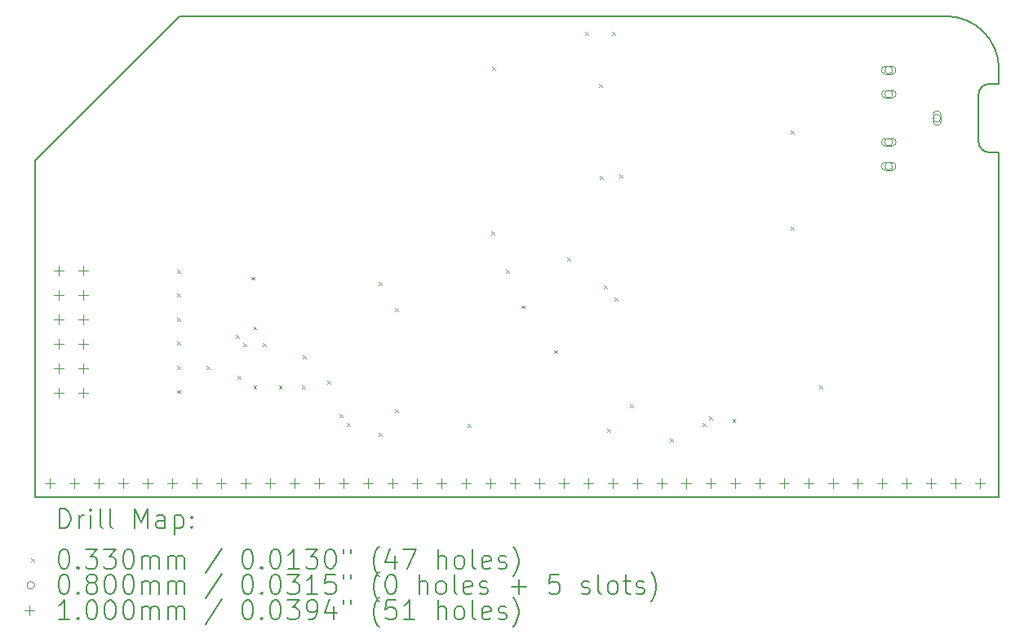
<source format=gbr>
%TF.GenerationSoftware,KiCad,Pcbnew,9.0.1+1*%
%TF.CreationDate,2025-10-04T22:34:10+00:00*%
%TF.ProjectId,rcbus-opl3,72636275-732d-46f7-906c-332e6b696361,@version@*%
%TF.SameCoordinates,Original*%
%TF.FileFunction,Drillmap*%
%TF.FilePolarity,Positive*%
%FSLAX45Y45*%
G04 Gerber Fmt 4.5, Leading zero omitted, Abs format (unit mm)*
G04 Created by KiCad (PCBNEW 9.0.1+1) date 2025-10-04 22:34:10*
%MOMM*%
%LPD*%
G01*
G04 APERTURE LIST*
%ADD10C,0.150000*%
%ADD11C,0.200000*%
%ADD12C,0.100000*%
G04 APERTURE END LIST*
D10*
X15786900Y-12318200D02*
X15786900Y-12800800D01*
X16000000Y-12203900D02*
X16000000Y-12050000D01*
X15450000Y-11500000D02*
X7500000Y-11500000D01*
X15450000Y-11500000D02*
G75*
G02*
X16000000Y-12050000I0J-550000D01*
G01*
X16000000Y-12203900D02*
X15901200Y-12203900D01*
X16000000Y-12915100D02*
X15901200Y-12915100D01*
X6000000Y-13000000D02*
X7500000Y-11500000D01*
X6000000Y-13000000D02*
X6000000Y-16500000D01*
X15901200Y-12915100D02*
G75*
G02*
X15786900Y-12800800I0J114300D01*
G01*
X16000000Y-16500000D02*
X16000000Y-12915100D01*
X6000000Y-16500000D02*
X16000000Y-16500000D01*
X15786900Y-12318200D02*
G75*
G02*
X15901200Y-12203900I114300J0D01*
G01*
D11*
D12*
X7473490Y-14133490D02*
X7506510Y-14166510D01*
X7506510Y-14133490D02*
X7473490Y-14166510D01*
X7473490Y-14383490D02*
X7506510Y-14416510D01*
X7506510Y-14383490D02*
X7473490Y-14416510D01*
X7473490Y-14633490D02*
X7506510Y-14666510D01*
X7506510Y-14633490D02*
X7473490Y-14666510D01*
X7473490Y-14883490D02*
X7506510Y-14916510D01*
X7506510Y-14883490D02*
X7473490Y-14916510D01*
X7473490Y-15133490D02*
X7506510Y-15166510D01*
X7506510Y-15133490D02*
X7473490Y-15166510D01*
X7473490Y-15383490D02*
X7506510Y-15416510D01*
X7506510Y-15383490D02*
X7473490Y-15416510D01*
X7773490Y-15133490D02*
X7806510Y-15166510D01*
X7806510Y-15133490D02*
X7773490Y-15166510D01*
X8082975Y-14811607D02*
X8115995Y-14844627D01*
X8115995Y-14811607D02*
X8082975Y-14844627D01*
X8101349Y-15239315D02*
X8134369Y-15272335D01*
X8134369Y-15239315D02*
X8101349Y-15272335D01*
X8158178Y-14900750D02*
X8191198Y-14933770D01*
X8191198Y-14900750D02*
X8158178Y-14933770D01*
X8238992Y-14206657D02*
X8272012Y-14239677D01*
X8272012Y-14206657D02*
X8238992Y-14239677D01*
X8263490Y-14723490D02*
X8296510Y-14756510D01*
X8296510Y-14723490D02*
X8263490Y-14756510D01*
X8263490Y-15333490D02*
X8296510Y-15366510D01*
X8296510Y-15333490D02*
X8263490Y-15366510D01*
X8360761Y-14898628D02*
X8393781Y-14931648D01*
X8393781Y-14898628D02*
X8360761Y-14931648D01*
X8526572Y-15333490D02*
X8559592Y-15366510D01*
X8559592Y-15333490D02*
X8526572Y-15366510D01*
X8770853Y-15333490D02*
X8803873Y-15366510D01*
X8803873Y-15333490D02*
X8770853Y-15366510D01*
X8773490Y-15027750D02*
X8806510Y-15060770D01*
X8806510Y-15027750D02*
X8773490Y-15060770D01*
X9028860Y-15288120D02*
X9061880Y-15321140D01*
X9061880Y-15288120D02*
X9028860Y-15321140D01*
X9154990Y-15633490D02*
X9188010Y-15666510D01*
X9188010Y-15633490D02*
X9154990Y-15666510D01*
X9233830Y-15723490D02*
X9266850Y-15756510D01*
X9266850Y-15723490D02*
X9233830Y-15756510D01*
X9563490Y-14263490D02*
X9596510Y-14296510D01*
X9596510Y-14263490D02*
X9563490Y-14296510D01*
X9563490Y-15828490D02*
X9596510Y-15861510D01*
X9596510Y-15828490D02*
X9563490Y-15861510D01*
X9733490Y-14533490D02*
X9766510Y-14566510D01*
X9766510Y-14533490D02*
X9733490Y-14566510D01*
X9733490Y-15583490D02*
X9766510Y-15616510D01*
X9766510Y-15583490D02*
X9733490Y-15616510D01*
X10483490Y-15733490D02*
X10516510Y-15766510D01*
X10516510Y-15733490D02*
X10483490Y-15766510D01*
X10733490Y-13733490D02*
X10766510Y-13766510D01*
X10766510Y-13733490D02*
X10733490Y-13766510D01*
X10743490Y-12023490D02*
X10776510Y-12056510D01*
X10776510Y-12023490D02*
X10743490Y-12056510D01*
X10883490Y-14133490D02*
X10916510Y-14166510D01*
X10916510Y-14133490D02*
X10883490Y-14166510D01*
X11043490Y-14503490D02*
X11076510Y-14536510D01*
X11076510Y-14503490D02*
X11043490Y-14536510D01*
X11383490Y-14968490D02*
X11416510Y-15001510D01*
X11416510Y-14968490D02*
X11383490Y-15001510D01*
X11515990Y-14008490D02*
X11549010Y-14041510D01*
X11549010Y-14008490D02*
X11515990Y-14041510D01*
X11708590Y-11662230D02*
X11741610Y-11695250D01*
X11741610Y-11662230D02*
X11708590Y-11695250D01*
X11847240Y-12204850D02*
X11880260Y-12237870D01*
X11880260Y-12204850D02*
X11847240Y-12237870D01*
X11858490Y-13159101D02*
X11891510Y-13192121D01*
X11891510Y-13159101D02*
X11858490Y-13192121D01*
X11903490Y-14293490D02*
X11936510Y-14326510D01*
X11936510Y-14293490D02*
X11903490Y-14326510D01*
X11932498Y-15782498D02*
X11965518Y-15815518D01*
X11965518Y-15782498D02*
X11932498Y-15815518D01*
X11983490Y-11662230D02*
X12016510Y-11695250D01*
X12016510Y-11662230D02*
X11983490Y-11695250D01*
X12011936Y-14423940D02*
X12044956Y-14456960D01*
X12044956Y-14423940D02*
X12011936Y-14456960D01*
X12061109Y-13144516D02*
X12094129Y-13177536D01*
X12094129Y-13144516D02*
X12061109Y-13177536D01*
X12173490Y-15533490D02*
X12206510Y-15566510D01*
X12206510Y-15533490D02*
X12173490Y-15566510D01*
X12583490Y-15890970D02*
X12616510Y-15923990D01*
X12616510Y-15890970D02*
X12583490Y-15923990D01*
X12923956Y-15726888D02*
X12956976Y-15759908D01*
X12956976Y-15726888D02*
X12923956Y-15759908D01*
X12988990Y-15659044D02*
X13022010Y-15692064D01*
X13022010Y-15659044D02*
X12988990Y-15692064D01*
X13233490Y-15683490D02*
X13266510Y-15716510D01*
X13266510Y-15683490D02*
X13233490Y-15716510D01*
X13840990Y-12683490D02*
X13874010Y-12716510D01*
X13874010Y-12683490D02*
X13840990Y-12716510D01*
X13840990Y-13683490D02*
X13874010Y-13716510D01*
X13874010Y-13683490D02*
X13840990Y-13716510D01*
X14133490Y-15333490D02*
X14166510Y-15366510D01*
X14166510Y-15333490D02*
X14133490Y-15366510D01*
X14896900Y-12059500D02*
G75*
G02*
X14816900Y-12059500I-40000J0D01*
G01*
X14816900Y-12059500D02*
G75*
G02*
X14896900Y-12059500I40000J0D01*
G01*
X14891900Y-12019500D02*
X14821900Y-12019500D01*
X14821900Y-12099500D02*
G75*
G02*
X14821900Y-12019500I0J40000D01*
G01*
X14821900Y-12099500D02*
X14891900Y-12099500D01*
X14891900Y-12099500D02*
G75*
G03*
X14891900Y-12019500I0J40000D01*
G01*
X14896900Y-12309500D02*
G75*
G02*
X14816900Y-12309500I-40000J0D01*
G01*
X14816900Y-12309500D02*
G75*
G02*
X14896900Y-12309500I40000J0D01*
G01*
X14891900Y-12269500D02*
X14821900Y-12269500D01*
X14821900Y-12349500D02*
G75*
G02*
X14821900Y-12269500I0J40000D01*
G01*
X14821900Y-12349500D02*
X14891900Y-12349500D01*
X14891900Y-12349500D02*
G75*
G03*
X14891900Y-12269500I0J40000D01*
G01*
X14896900Y-12809500D02*
G75*
G02*
X14816900Y-12809500I-40000J0D01*
G01*
X14816900Y-12809500D02*
G75*
G02*
X14896900Y-12809500I40000J0D01*
G01*
X14891900Y-12769500D02*
X14821900Y-12769500D01*
X14821900Y-12849500D02*
G75*
G02*
X14821900Y-12769500I0J40000D01*
G01*
X14821900Y-12849500D02*
X14891900Y-12849500D01*
X14891900Y-12849500D02*
G75*
G03*
X14891900Y-12769500I0J40000D01*
G01*
X14896900Y-13059500D02*
G75*
G02*
X14816900Y-13059500I-40000J0D01*
G01*
X14816900Y-13059500D02*
G75*
G02*
X14896900Y-13059500I40000J0D01*
G01*
X14891900Y-13019500D02*
X14821900Y-13019500D01*
X14821900Y-13099500D02*
G75*
G02*
X14821900Y-13019500I0J40000D01*
G01*
X14821900Y-13099500D02*
X14891900Y-13099500D01*
X14891900Y-13099500D02*
G75*
G03*
X14891900Y-13019500I0J40000D01*
G01*
X15396900Y-12559500D02*
G75*
G02*
X15316900Y-12559500I-40000J0D01*
G01*
X15316900Y-12559500D02*
G75*
G02*
X15396900Y-12559500I40000J0D01*
G01*
X15396900Y-12594500D02*
X15396900Y-12524500D01*
X15316900Y-12524500D02*
G75*
G02*
X15396900Y-12524500I40000J0D01*
G01*
X15316900Y-12524500D02*
X15316900Y-12594500D01*
X15316900Y-12594500D02*
G75*
G03*
X15396900Y-12594500I40000J0D01*
G01*
X6150000Y-16300000D02*
X6150000Y-16400000D01*
X6100000Y-16350000D02*
X6200000Y-16350000D01*
X6246000Y-14096000D02*
X6246000Y-14196000D01*
X6196000Y-14146000D02*
X6296000Y-14146000D01*
X6246000Y-14350000D02*
X6246000Y-14450000D01*
X6196000Y-14400000D02*
X6296000Y-14400000D01*
X6246000Y-14604000D02*
X6246000Y-14704000D01*
X6196000Y-14654000D02*
X6296000Y-14654000D01*
X6246000Y-14858000D02*
X6246000Y-14958000D01*
X6196000Y-14908000D02*
X6296000Y-14908000D01*
X6246000Y-15112000D02*
X6246000Y-15212000D01*
X6196000Y-15162000D02*
X6296000Y-15162000D01*
X6246000Y-15366000D02*
X6246000Y-15466000D01*
X6196000Y-15416000D02*
X6296000Y-15416000D01*
X6404000Y-16300000D02*
X6404000Y-16400000D01*
X6354000Y-16350000D02*
X6454000Y-16350000D01*
X6500000Y-14096000D02*
X6500000Y-14196000D01*
X6450000Y-14146000D02*
X6550000Y-14146000D01*
X6500000Y-14350000D02*
X6500000Y-14450000D01*
X6450000Y-14400000D02*
X6550000Y-14400000D01*
X6500000Y-14604000D02*
X6500000Y-14704000D01*
X6450000Y-14654000D02*
X6550000Y-14654000D01*
X6500000Y-14858000D02*
X6500000Y-14958000D01*
X6450000Y-14908000D02*
X6550000Y-14908000D01*
X6500000Y-15112000D02*
X6500000Y-15212000D01*
X6450000Y-15162000D02*
X6550000Y-15162000D01*
X6500000Y-15366000D02*
X6500000Y-15466000D01*
X6450000Y-15416000D02*
X6550000Y-15416000D01*
X6658000Y-16300000D02*
X6658000Y-16400000D01*
X6608000Y-16350000D02*
X6708000Y-16350000D01*
X6912000Y-16300000D02*
X6912000Y-16400000D01*
X6862000Y-16350000D02*
X6962000Y-16350000D01*
X7166000Y-16300000D02*
X7166000Y-16400000D01*
X7116000Y-16350000D02*
X7216000Y-16350000D01*
X7420000Y-16300000D02*
X7420000Y-16400000D01*
X7370000Y-16350000D02*
X7470000Y-16350000D01*
X7674000Y-16300000D02*
X7674000Y-16400000D01*
X7624000Y-16350000D02*
X7724000Y-16350000D01*
X7928000Y-16300000D02*
X7928000Y-16400000D01*
X7878000Y-16350000D02*
X7978000Y-16350000D01*
X8182000Y-16300000D02*
X8182000Y-16400000D01*
X8132000Y-16350000D02*
X8232000Y-16350000D01*
X8436000Y-16300000D02*
X8436000Y-16400000D01*
X8386000Y-16350000D02*
X8486000Y-16350000D01*
X8690000Y-16300000D02*
X8690000Y-16400000D01*
X8640000Y-16350000D02*
X8740000Y-16350000D01*
X8944000Y-16300000D02*
X8944000Y-16400000D01*
X8894000Y-16350000D02*
X8994000Y-16350000D01*
X9198000Y-16300000D02*
X9198000Y-16400000D01*
X9148000Y-16350000D02*
X9248000Y-16350000D01*
X9452000Y-16300000D02*
X9452000Y-16400000D01*
X9402000Y-16350000D02*
X9502000Y-16350000D01*
X9706000Y-16300000D02*
X9706000Y-16400000D01*
X9656000Y-16350000D02*
X9756000Y-16350000D01*
X9960000Y-16300000D02*
X9960000Y-16400000D01*
X9910000Y-16350000D02*
X10010000Y-16350000D01*
X10214000Y-16300000D02*
X10214000Y-16400000D01*
X10164000Y-16350000D02*
X10264000Y-16350000D01*
X10468000Y-16300000D02*
X10468000Y-16400000D01*
X10418000Y-16350000D02*
X10518000Y-16350000D01*
X10722000Y-16300000D02*
X10722000Y-16400000D01*
X10672000Y-16350000D02*
X10772000Y-16350000D01*
X10976000Y-16300000D02*
X10976000Y-16400000D01*
X10926000Y-16350000D02*
X11026000Y-16350000D01*
X11230000Y-16300000D02*
X11230000Y-16400000D01*
X11180000Y-16350000D02*
X11280000Y-16350000D01*
X11484000Y-16300000D02*
X11484000Y-16400000D01*
X11434000Y-16350000D02*
X11534000Y-16350000D01*
X11738000Y-16300000D02*
X11738000Y-16400000D01*
X11688000Y-16350000D02*
X11788000Y-16350000D01*
X11992000Y-16300000D02*
X11992000Y-16400000D01*
X11942000Y-16350000D02*
X12042000Y-16350000D01*
X12246000Y-16300000D02*
X12246000Y-16400000D01*
X12196000Y-16350000D02*
X12296000Y-16350000D01*
X12500000Y-16300000D02*
X12500000Y-16400000D01*
X12450000Y-16350000D02*
X12550000Y-16350000D01*
X12754000Y-16300000D02*
X12754000Y-16400000D01*
X12704000Y-16350000D02*
X12804000Y-16350000D01*
X13008000Y-16300000D02*
X13008000Y-16400000D01*
X12958000Y-16350000D02*
X13058000Y-16350000D01*
X13262000Y-16300000D02*
X13262000Y-16400000D01*
X13212000Y-16350000D02*
X13312000Y-16350000D01*
X13516000Y-16300000D02*
X13516000Y-16400000D01*
X13466000Y-16350000D02*
X13566000Y-16350000D01*
X13770000Y-16300000D02*
X13770000Y-16400000D01*
X13720000Y-16350000D02*
X13820000Y-16350000D01*
X14024000Y-16300000D02*
X14024000Y-16400000D01*
X13974000Y-16350000D02*
X14074000Y-16350000D01*
X14278000Y-16300000D02*
X14278000Y-16400000D01*
X14228000Y-16350000D02*
X14328000Y-16350000D01*
X14532000Y-16300000D02*
X14532000Y-16400000D01*
X14482000Y-16350000D02*
X14582000Y-16350000D01*
X14786000Y-16300000D02*
X14786000Y-16400000D01*
X14736000Y-16350000D02*
X14836000Y-16350000D01*
X15040000Y-16300000D02*
X15040000Y-16400000D01*
X14990000Y-16350000D02*
X15090000Y-16350000D01*
X15294000Y-16300000D02*
X15294000Y-16400000D01*
X15244000Y-16350000D02*
X15344000Y-16350000D01*
X15548000Y-16300000D02*
X15548000Y-16400000D01*
X15498000Y-16350000D02*
X15598000Y-16350000D01*
X15802000Y-16300000D02*
X15802000Y-16400000D01*
X15752000Y-16350000D02*
X15852000Y-16350000D01*
D11*
X6253277Y-16818984D02*
X6253277Y-16618984D01*
X6253277Y-16618984D02*
X6300896Y-16618984D01*
X6300896Y-16618984D02*
X6329467Y-16628508D01*
X6329467Y-16628508D02*
X6348515Y-16647555D01*
X6348515Y-16647555D02*
X6358039Y-16666603D01*
X6358039Y-16666603D02*
X6367562Y-16704698D01*
X6367562Y-16704698D02*
X6367562Y-16733269D01*
X6367562Y-16733269D02*
X6358039Y-16771365D01*
X6358039Y-16771365D02*
X6348515Y-16790412D01*
X6348515Y-16790412D02*
X6329467Y-16809460D01*
X6329467Y-16809460D02*
X6300896Y-16818984D01*
X6300896Y-16818984D02*
X6253277Y-16818984D01*
X6453277Y-16818984D02*
X6453277Y-16685650D01*
X6453277Y-16723746D02*
X6462801Y-16704698D01*
X6462801Y-16704698D02*
X6472324Y-16695174D01*
X6472324Y-16695174D02*
X6491372Y-16685650D01*
X6491372Y-16685650D02*
X6510420Y-16685650D01*
X6577086Y-16818984D02*
X6577086Y-16685650D01*
X6577086Y-16618984D02*
X6567562Y-16628508D01*
X6567562Y-16628508D02*
X6577086Y-16638031D01*
X6577086Y-16638031D02*
X6586610Y-16628508D01*
X6586610Y-16628508D02*
X6577086Y-16618984D01*
X6577086Y-16618984D02*
X6577086Y-16638031D01*
X6700896Y-16818984D02*
X6681848Y-16809460D01*
X6681848Y-16809460D02*
X6672324Y-16790412D01*
X6672324Y-16790412D02*
X6672324Y-16618984D01*
X6805658Y-16818984D02*
X6786610Y-16809460D01*
X6786610Y-16809460D02*
X6777086Y-16790412D01*
X6777086Y-16790412D02*
X6777086Y-16618984D01*
X7034229Y-16818984D02*
X7034229Y-16618984D01*
X7034229Y-16618984D02*
X7100896Y-16761841D01*
X7100896Y-16761841D02*
X7167562Y-16618984D01*
X7167562Y-16618984D02*
X7167562Y-16818984D01*
X7348515Y-16818984D02*
X7348515Y-16714222D01*
X7348515Y-16714222D02*
X7338991Y-16695174D01*
X7338991Y-16695174D02*
X7319943Y-16685650D01*
X7319943Y-16685650D02*
X7281848Y-16685650D01*
X7281848Y-16685650D02*
X7262801Y-16695174D01*
X7348515Y-16809460D02*
X7329467Y-16818984D01*
X7329467Y-16818984D02*
X7281848Y-16818984D01*
X7281848Y-16818984D02*
X7262801Y-16809460D01*
X7262801Y-16809460D02*
X7253277Y-16790412D01*
X7253277Y-16790412D02*
X7253277Y-16771365D01*
X7253277Y-16771365D02*
X7262801Y-16752317D01*
X7262801Y-16752317D02*
X7281848Y-16742793D01*
X7281848Y-16742793D02*
X7329467Y-16742793D01*
X7329467Y-16742793D02*
X7348515Y-16733269D01*
X7443753Y-16685650D02*
X7443753Y-16885650D01*
X7443753Y-16695174D02*
X7462801Y-16685650D01*
X7462801Y-16685650D02*
X7500896Y-16685650D01*
X7500896Y-16685650D02*
X7519943Y-16695174D01*
X7519943Y-16695174D02*
X7529467Y-16704698D01*
X7529467Y-16704698D02*
X7538991Y-16723746D01*
X7538991Y-16723746D02*
X7538991Y-16780889D01*
X7538991Y-16780889D02*
X7529467Y-16799936D01*
X7529467Y-16799936D02*
X7519943Y-16809460D01*
X7519943Y-16809460D02*
X7500896Y-16818984D01*
X7500896Y-16818984D02*
X7462801Y-16818984D01*
X7462801Y-16818984D02*
X7443753Y-16809460D01*
X7624705Y-16799936D02*
X7634229Y-16809460D01*
X7634229Y-16809460D02*
X7624705Y-16818984D01*
X7624705Y-16818984D02*
X7615182Y-16809460D01*
X7615182Y-16809460D02*
X7624705Y-16799936D01*
X7624705Y-16799936D02*
X7624705Y-16818984D01*
X7624705Y-16695174D02*
X7634229Y-16704698D01*
X7634229Y-16704698D02*
X7624705Y-16714222D01*
X7624705Y-16714222D02*
X7615182Y-16704698D01*
X7615182Y-16704698D02*
X7624705Y-16695174D01*
X7624705Y-16695174D02*
X7624705Y-16714222D01*
D12*
X5959480Y-17130990D02*
X5992500Y-17164010D01*
X5992500Y-17130990D02*
X5959480Y-17164010D01*
D11*
X6291372Y-17038984D02*
X6310420Y-17038984D01*
X6310420Y-17038984D02*
X6329467Y-17048508D01*
X6329467Y-17048508D02*
X6338991Y-17058031D01*
X6338991Y-17058031D02*
X6348515Y-17077079D01*
X6348515Y-17077079D02*
X6358039Y-17115174D01*
X6358039Y-17115174D02*
X6358039Y-17162793D01*
X6358039Y-17162793D02*
X6348515Y-17200889D01*
X6348515Y-17200889D02*
X6338991Y-17219936D01*
X6338991Y-17219936D02*
X6329467Y-17229460D01*
X6329467Y-17229460D02*
X6310420Y-17238984D01*
X6310420Y-17238984D02*
X6291372Y-17238984D01*
X6291372Y-17238984D02*
X6272324Y-17229460D01*
X6272324Y-17229460D02*
X6262801Y-17219936D01*
X6262801Y-17219936D02*
X6253277Y-17200889D01*
X6253277Y-17200889D02*
X6243753Y-17162793D01*
X6243753Y-17162793D02*
X6243753Y-17115174D01*
X6243753Y-17115174D02*
X6253277Y-17077079D01*
X6253277Y-17077079D02*
X6262801Y-17058031D01*
X6262801Y-17058031D02*
X6272324Y-17048508D01*
X6272324Y-17048508D02*
X6291372Y-17038984D01*
X6443753Y-17219936D02*
X6453277Y-17229460D01*
X6453277Y-17229460D02*
X6443753Y-17238984D01*
X6443753Y-17238984D02*
X6434229Y-17229460D01*
X6434229Y-17229460D02*
X6443753Y-17219936D01*
X6443753Y-17219936D02*
X6443753Y-17238984D01*
X6519943Y-17038984D02*
X6643753Y-17038984D01*
X6643753Y-17038984D02*
X6577086Y-17115174D01*
X6577086Y-17115174D02*
X6605658Y-17115174D01*
X6605658Y-17115174D02*
X6624705Y-17124698D01*
X6624705Y-17124698D02*
X6634229Y-17134222D01*
X6634229Y-17134222D02*
X6643753Y-17153270D01*
X6643753Y-17153270D02*
X6643753Y-17200889D01*
X6643753Y-17200889D02*
X6634229Y-17219936D01*
X6634229Y-17219936D02*
X6624705Y-17229460D01*
X6624705Y-17229460D02*
X6605658Y-17238984D01*
X6605658Y-17238984D02*
X6548515Y-17238984D01*
X6548515Y-17238984D02*
X6529467Y-17229460D01*
X6529467Y-17229460D02*
X6519943Y-17219936D01*
X6710420Y-17038984D02*
X6834229Y-17038984D01*
X6834229Y-17038984D02*
X6767562Y-17115174D01*
X6767562Y-17115174D02*
X6796134Y-17115174D01*
X6796134Y-17115174D02*
X6815182Y-17124698D01*
X6815182Y-17124698D02*
X6824705Y-17134222D01*
X6824705Y-17134222D02*
X6834229Y-17153270D01*
X6834229Y-17153270D02*
X6834229Y-17200889D01*
X6834229Y-17200889D02*
X6824705Y-17219936D01*
X6824705Y-17219936D02*
X6815182Y-17229460D01*
X6815182Y-17229460D02*
X6796134Y-17238984D01*
X6796134Y-17238984D02*
X6738991Y-17238984D01*
X6738991Y-17238984D02*
X6719943Y-17229460D01*
X6719943Y-17229460D02*
X6710420Y-17219936D01*
X6958039Y-17038984D02*
X6977086Y-17038984D01*
X6977086Y-17038984D02*
X6996134Y-17048508D01*
X6996134Y-17048508D02*
X7005658Y-17058031D01*
X7005658Y-17058031D02*
X7015182Y-17077079D01*
X7015182Y-17077079D02*
X7024705Y-17115174D01*
X7024705Y-17115174D02*
X7024705Y-17162793D01*
X7024705Y-17162793D02*
X7015182Y-17200889D01*
X7015182Y-17200889D02*
X7005658Y-17219936D01*
X7005658Y-17219936D02*
X6996134Y-17229460D01*
X6996134Y-17229460D02*
X6977086Y-17238984D01*
X6977086Y-17238984D02*
X6958039Y-17238984D01*
X6958039Y-17238984D02*
X6938991Y-17229460D01*
X6938991Y-17229460D02*
X6929467Y-17219936D01*
X6929467Y-17219936D02*
X6919943Y-17200889D01*
X6919943Y-17200889D02*
X6910420Y-17162793D01*
X6910420Y-17162793D02*
X6910420Y-17115174D01*
X6910420Y-17115174D02*
X6919943Y-17077079D01*
X6919943Y-17077079D02*
X6929467Y-17058031D01*
X6929467Y-17058031D02*
X6938991Y-17048508D01*
X6938991Y-17048508D02*
X6958039Y-17038984D01*
X7110420Y-17238984D02*
X7110420Y-17105650D01*
X7110420Y-17124698D02*
X7119943Y-17115174D01*
X7119943Y-17115174D02*
X7138991Y-17105650D01*
X7138991Y-17105650D02*
X7167563Y-17105650D01*
X7167563Y-17105650D02*
X7186610Y-17115174D01*
X7186610Y-17115174D02*
X7196134Y-17134222D01*
X7196134Y-17134222D02*
X7196134Y-17238984D01*
X7196134Y-17134222D02*
X7205658Y-17115174D01*
X7205658Y-17115174D02*
X7224705Y-17105650D01*
X7224705Y-17105650D02*
X7253277Y-17105650D01*
X7253277Y-17105650D02*
X7272324Y-17115174D01*
X7272324Y-17115174D02*
X7281848Y-17134222D01*
X7281848Y-17134222D02*
X7281848Y-17238984D01*
X7377086Y-17238984D02*
X7377086Y-17105650D01*
X7377086Y-17124698D02*
X7386610Y-17115174D01*
X7386610Y-17115174D02*
X7405658Y-17105650D01*
X7405658Y-17105650D02*
X7434229Y-17105650D01*
X7434229Y-17105650D02*
X7453277Y-17115174D01*
X7453277Y-17115174D02*
X7462801Y-17134222D01*
X7462801Y-17134222D02*
X7462801Y-17238984D01*
X7462801Y-17134222D02*
X7472324Y-17115174D01*
X7472324Y-17115174D02*
X7491372Y-17105650D01*
X7491372Y-17105650D02*
X7519943Y-17105650D01*
X7519943Y-17105650D02*
X7538991Y-17115174D01*
X7538991Y-17115174D02*
X7548515Y-17134222D01*
X7548515Y-17134222D02*
X7548515Y-17238984D01*
X7938991Y-17029460D02*
X7767563Y-17286603D01*
X8196134Y-17038984D02*
X8215182Y-17038984D01*
X8215182Y-17038984D02*
X8234229Y-17048508D01*
X8234229Y-17048508D02*
X8243753Y-17058031D01*
X8243753Y-17058031D02*
X8253277Y-17077079D01*
X8253277Y-17077079D02*
X8262801Y-17115174D01*
X8262801Y-17115174D02*
X8262801Y-17162793D01*
X8262801Y-17162793D02*
X8253277Y-17200889D01*
X8253277Y-17200889D02*
X8243753Y-17219936D01*
X8243753Y-17219936D02*
X8234229Y-17229460D01*
X8234229Y-17229460D02*
X8215182Y-17238984D01*
X8215182Y-17238984D02*
X8196134Y-17238984D01*
X8196134Y-17238984D02*
X8177086Y-17229460D01*
X8177086Y-17229460D02*
X8167563Y-17219936D01*
X8167563Y-17219936D02*
X8158039Y-17200889D01*
X8158039Y-17200889D02*
X8148515Y-17162793D01*
X8148515Y-17162793D02*
X8148515Y-17115174D01*
X8148515Y-17115174D02*
X8158039Y-17077079D01*
X8158039Y-17077079D02*
X8167563Y-17058031D01*
X8167563Y-17058031D02*
X8177086Y-17048508D01*
X8177086Y-17048508D02*
X8196134Y-17038984D01*
X8348515Y-17219936D02*
X8358039Y-17229460D01*
X8358039Y-17229460D02*
X8348515Y-17238984D01*
X8348515Y-17238984D02*
X8338991Y-17229460D01*
X8338991Y-17229460D02*
X8348515Y-17219936D01*
X8348515Y-17219936D02*
X8348515Y-17238984D01*
X8481848Y-17038984D02*
X8500896Y-17038984D01*
X8500896Y-17038984D02*
X8519944Y-17048508D01*
X8519944Y-17048508D02*
X8529468Y-17058031D01*
X8529468Y-17058031D02*
X8538991Y-17077079D01*
X8538991Y-17077079D02*
X8548515Y-17115174D01*
X8548515Y-17115174D02*
X8548515Y-17162793D01*
X8548515Y-17162793D02*
X8538991Y-17200889D01*
X8538991Y-17200889D02*
X8529468Y-17219936D01*
X8529468Y-17219936D02*
X8519944Y-17229460D01*
X8519944Y-17229460D02*
X8500896Y-17238984D01*
X8500896Y-17238984D02*
X8481848Y-17238984D01*
X8481848Y-17238984D02*
X8462801Y-17229460D01*
X8462801Y-17229460D02*
X8453277Y-17219936D01*
X8453277Y-17219936D02*
X8443753Y-17200889D01*
X8443753Y-17200889D02*
X8434229Y-17162793D01*
X8434229Y-17162793D02*
X8434229Y-17115174D01*
X8434229Y-17115174D02*
X8443753Y-17077079D01*
X8443753Y-17077079D02*
X8453277Y-17058031D01*
X8453277Y-17058031D02*
X8462801Y-17048508D01*
X8462801Y-17048508D02*
X8481848Y-17038984D01*
X8738991Y-17238984D02*
X8624706Y-17238984D01*
X8681848Y-17238984D02*
X8681848Y-17038984D01*
X8681848Y-17038984D02*
X8662801Y-17067555D01*
X8662801Y-17067555D02*
X8643753Y-17086603D01*
X8643753Y-17086603D02*
X8624706Y-17096127D01*
X8805658Y-17038984D02*
X8929468Y-17038984D01*
X8929468Y-17038984D02*
X8862801Y-17115174D01*
X8862801Y-17115174D02*
X8891372Y-17115174D01*
X8891372Y-17115174D02*
X8910420Y-17124698D01*
X8910420Y-17124698D02*
X8919944Y-17134222D01*
X8919944Y-17134222D02*
X8929468Y-17153270D01*
X8929468Y-17153270D02*
X8929468Y-17200889D01*
X8929468Y-17200889D02*
X8919944Y-17219936D01*
X8919944Y-17219936D02*
X8910420Y-17229460D01*
X8910420Y-17229460D02*
X8891372Y-17238984D01*
X8891372Y-17238984D02*
X8834229Y-17238984D01*
X8834229Y-17238984D02*
X8815182Y-17229460D01*
X8815182Y-17229460D02*
X8805658Y-17219936D01*
X9053277Y-17038984D02*
X9072325Y-17038984D01*
X9072325Y-17038984D02*
X9091372Y-17048508D01*
X9091372Y-17048508D02*
X9100896Y-17058031D01*
X9100896Y-17058031D02*
X9110420Y-17077079D01*
X9110420Y-17077079D02*
X9119944Y-17115174D01*
X9119944Y-17115174D02*
X9119944Y-17162793D01*
X9119944Y-17162793D02*
X9110420Y-17200889D01*
X9110420Y-17200889D02*
X9100896Y-17219936D01*
X9100896Y-17219936D02*
X9091372Y-17229460D01*
X9091372Y-17229460D02*
X9072325Y-17238984D01*
X9072325Y-17238984D02*
X9053277Y-17238984D01*
X9053277Y-17238984D02*
X9034229Y-17229460D01*
X9034229Y-17229460D02*
X9024706Y-17219936D01*
X9024706Y-17219936D02*
X9015182Y-17200889D01*
X9015182Y-17200889D02*
X9005658Y-17162793D01*
X9005658Y-17162793D02*
X9005658Y-17115174D01*
X9005658Y-17115174D02*
X9015182Y-17077079D01*
X9015182Y-17077079D02*
X9024706Y-17058031D01*
X9024706Y-17058031D02*
X9034229Y-17048508D01*
X9034229Y-17048508D02*
X9053277Y-17038984D01*
X9196134Y-17038984D02*
X9196134Y-17077079D01*
X9272325Y-17038984D02*
X9272325Y-17077079D01*
X9567563Y-17315174D02*
X9558039Y-17305650D01*
X9558039Y-17305650D02*
X9538991Y-17277079D01*
X9538991Y-17277079D02*
X9529468Y-17258031D01*
X9529468Y-17258031D02*
X9519944Y-17229460D01*
X9519944Y-17229460D02*
X9510420Y-17181841D01*
X9510420Y-17181841D02*
X9510420Y-17143746D01*
X9510420Y-17143746D02*
X9519944Y-17096127D01*
X9519944Y-17096127D02*
X9529468Y-17067555D01*
X9529468Y-17067555D02*
X9538991Y-17048508D01*
X9538991Y-17048508D02*
X9558039Y-17019936D01*
X9558039Y-17019936D02*
X9567563Y-17010412D01*
X9729468Y-17105650D02*
X9729468Y-17238984D01*
X9681849Y-17029460D02*
X9634230Y-17172317D01*
X9634230Y-17172317D02*
X9758039Y-17172317D01*
X9815182Y-17038984D02*
X9948515Y-17038984D01*
X9948515Y-17038984D02*
X9862801Y-17238984D01*
X10177087Y-17238984D02*
X10177087Y-17038984D01*
X10262801Y-17238984D02*
X10262801Y-17134222D01*
X10262801Y-17134222D02*
X10253277Y-17115174D01*
X10253277Y-17115174D02*
X10234230Y-17105650D01*
X10234230Y-17105650D02*
X10205658Y-17105650D01*
X10205658Y-17105650D02*
X10186611Y-17115174D01*
X10186611Y-17115174D02*
X10177087Y-17124698D01*
X10386611Y-17238984D02*
X10367563Y-17229460D01*
X10367563Y-17229460D02*
X10358039Y-17219936D01*
X10358039Y-17219936D02*
X10348515Y-17200889D01*
X10348515Y-17200889D02*
X10348515Y-17143746D01*
X10348515Y-17143746D02*
X10358039Y-17124698D01*
X10358039Y-17124698D02*
X10367563Y-17115174D01*
X10367563Y-17115174D02*
X10386611Y-17105650D01*
X10386611Y-17105650D02*
X10415182Y-17105650D01*
X10415182Y-17105650D02*
X10434230Y-17115174D01*
X10434230Y-17115174D02*
X10443753Y-17124698D01*
X10443753Y-17124698D02*
X10453277Y-17143746D01*
X10453277Y-17143746D02*
X10453277Y-17200889D01*
X10453277Y-17200889D02*
X10443753Y-17219936D01*
X10443753Y-17219936D02*
X10434230Y-17229460D01*
X10434230Y-17229460D02*
X10415182Y-17238984D01*
X10415182Y-17238984D02*
X10386611Y-17238984D01*
X10567563Y-17238984D02*
X10548515Y-17229460D01*
X10548515Y-17229460D02*
X10538992Y-17210412D01*
X10538992Y-17210412D02*
X10538992Y-17038984D01*
X10719944Y-17229460D02*
X10700896Y-17238984D01*
X10700896Y-17238984D02*
X10662801Y-17238984D01*
X10662801Y-17238984D02*
X10643753Y-17229460D01*
X10643753Y-17229460D02*
X10634230Y-17210412D01*
X10634230Y-17210412D02*
X10634230Y-17134222D01*
X10634230Y-17134222D02*
X10643753Y-17115174D01*
X10643753Y-17115174D02*
X10662801Y-17105650D01*
X10662801Y-17105650D02*
X10700896Y-17105650D01*
X10700896Y-17105650D02*
X10719944Y-17115174D01*
X10719944Y-17115174D02*
X10729468Y-17134222D01*
X10729468Y-17134222D02*
X10729468Y-17153270D01*
X10729468Y-17153270D02*
X10634230Y-17172317D01*
X10805658Y-17229460D02*
X10824706Y-17238984D01*
X10824706Y-17238984D02*
X10862801Y-17238984D01*
X10862801Y-17238984D02*
X10881849Y-17229460D01*
X10881849Y-17229460D02*
X10891373Y-17210412D01*
X10891373Y-17210412D02*
X10891373Y-17200889D01*
X10891373Y-17200889D02*
X10881849Y-17181841D01*
X10881849Y-17181841D02*
X10862801Y-17172317D01*
X10862801Y-17172317D02*
X10834230Y-17172317D01*
X10834230Y-17172317D02*
X10815182Y-17162793D01*
X10815182Y-17162793D02*
X10805658Y-17143746D01*
X10805658Y-17143746D02*
X10805658Y-17134222D01*
X10805658Y-17134222D02*
X10815182Y-17115174D01*
X10815182Y-17115174D02*
X10834230Y-17105650D01*
X10834230Y-17105650D02*
X10862801Y-17105650D01*
X10862801Y-17105650D02*
X10881849Y-17115174D01*
X10958039Y-17315174D02*
X10967563Y-17305650D01*
X10967563Y-17305650D02*
X10986611Y-17277079D01*
X10986611Y-17277079D02*
X10996134Y-17258031D01*
X10996134Y-17258031D02*
X11005658Y-17229460D01*
X11005658Y-17229460D02*
X11015182Y-17181841D01*
X11015182Y-17181841D02*
X11015182Y-17143746D01*
X11015182Y-17143746D02*
X11005658Y-17096127D01*
X11005658Y-17096127D02*
X10996134Y-17067555D01*
X10996134Y-17067555D02*
X10986611Y-17048508D01*
X10986611Y-17048508D02*
X10967563Y-17019936D01*
X10967563Y-17019936D02*
X10958039Y-17010412D01*
D12*
X5992500Y-17411500D02*
G75*
G02*
X5912500Y-17411500I-40000J0D01*
G01*
X5912500Y-17411500D02*
G75*
G02*
X5992500Y-17411500I40000J0D01*
G01*
D11*
X6291372Y-17302984D02*
X6310420Y-17302984D01*
X6310420Y-17302984D02*
X6329467Y-17312508D01*
X6329467Y-17312508D02*
X6338991Y-17322031D01*
X6338991Y-17322031D02*
X6348515Y-17341079D01*
X6348515Y-17341079D02*
X6358039Y-17379174D01*
X6358039Y-17379174D02*
X6358039Y-17426793D01*
X6358039Y-17426793D02*
X6348515Y-17464889D01*
X6348515Y-17464889D02*
X6338991Y-17483936D01*
X6338991Y-17483936D02*
X6329467Y-17493460D01*
X6329467Y-17493460D02*
X6310420Y-17502984D01*
X6310420Y-17502984D02*
X6291372Y-17502984D01*
X6291372Y-17502984D02*
X6272324Y-17493460D01*
X6272324Y-17493460D02*
X6262801Y-17483936D01*
X6262801Y-17483936D02*
X6253277Y-17464889D01*
X6253277Y-17464889D02*
X6243753Y-17426793D01*
X6243753Y-17426793D02*
X6243753Y-17379174D01*
X6243753Y-17379174D02*
X6253277Y-17341079D01*
X6253277Y-17341079D02*
X6262801Y-17322031D01*
X6262801Y-17322031D02*
X6272324Y-17312508D01*
X6272324Y-17312508D02*
X6291372Y-17302984D01*
X6443753Y-17483936D02*
X6453277Y-17493460D01*
X6453277Y-17493460D02*
X6443753Y-17502984D01*
X6443753Y-17502984D02*
X6434229Y-17493460D01*
X6434229Y-17493460D02*
X6443753Y-17483936D01*
X6443753Y-17483936D02*
X6443753Y-17502984D01*
X6567562Y-17388698D02*
X6548515Y-17379174D01*
X6548515Y-17379174D02*
X6538991Y-17369650D01*
X6538991Y-17369650D02*
X6529467Y-17350603D01*
X6529467Y-17350603D02*
X6529467Y-17341079D01*
X6529467Y-17341079D02*
X6538991Y-17322031D01*
X6538991Y-17322031D02*
X6548515Y-17312508D01*
X6548515Y-17312508D02*
X6567562Y-17302984D01*
X6567562Y-17302984D02*
X6605658Y-17302984D01*
X6605658Y-17302984D02*
X6624705Y-17312508D01*
X6624705Y-17312508D02*
X6634229Y-17322031D01*
X6634229Y-17322031D02*
X6643753Y-17341079D01*
X6643753Y-17341079D02*
X6643753Y-17350603D01*
X6643753Y-17350603D02*
X6634229Y-17369650D01*
X6634229Y-17369650D02*
X6624705Y-17379174D01*
X6624705Y-17379174D02*
X6605658Y-17388698D01*
X6605658Y-17388698D02*
X6567562Y-17388698D01*
X6567562Y-17388698D02*
X6548515Y-17398222D01*
X6548515Y-17398222D02*
X6538991Y-17407746D01*
X6538991Y-17407746D02*
X6529467Y-17426793D01*
X6529467Y-17426793D02*
X6529467Y-17464889D01*
X6529467Y-17464889D02*
X6538991Y-17483936D01*
X6538991Y-17483936D02*
X6548515Y-17493460D01*
X6548515Y-17493460D02*
X6567562Y-17502984D01*
X6567562Y-17502984D02*
X6605658Y-17502984D01*
X6605658Y-17502984D02*
X6624705Y-17493460D01*
X6624705Y-17493460D02*
X6634229Y-17483936D01*
X6634229Y-17483936D02*
X6643753Y-17464889D01*
X6643753Y-17464889D02*
X6643753Y-17426793D01*
X6643753Y-17426793D02*
X6634229Y-17407746D01*
X6634229Y-17407746D02*
X6624705Y-17398222D01*
X6624705Y-17398222D02*
X6605658Y-17388698D01*
X6767562Y-17302984D02*
X6786610Y-17302984D01*
X6786610Y-17302984D02*
X6805658Y-17312508D01*
X6805658Y-17312508D02*
X6815182Y-17322031D01*
X6815182Y-17322031D02*
X6824705Y-17341079D01*
X6824705Y-17341079D02*
X6834229Y-17379174D01*
X6834229Y-17379174D02*
X6834229Y-17426793D01*
X6834229Y-17426793D02*
X6824705Y-17464889D01*
X6824705Y-17464889D02*
X6815182Y-17483936D01*
X6815182Y-17483936D02*
X6805658Y-17493460D01*
X6805658Y-17493460D02*
X6786610Y-17502984D01*
X6786610Y-17502984D02*
X6767562Y-17502984D01*
X6767562Y-17502984D02*
X6748515Y-17493460D01*
X6748515Y-17493460D02*
X6738991Y-17483936D01*
X6738991Y-17483936D02*
X6729467Y-17464889D01*
X6729467Y-17464889D02*
X6719943Y-17426793D01*
X6719943Y-17426793D02*
X6719943Y-17379174D01*
X6719943Y-17379174D02*
X6729467Y-17341079D01*
X6729467Y-17341079D02*
X6738991Y-17322031D01*
X6738991Y-17322031D02*
X6748515Y-17312508D01*
X6748515Y-17312508D02*
X6767562Y-17302984D01*
X6958039Y-17302984D02*
X6977086Y-17302984D01*
X6977086Y-17302984D02*
X6996134Y-17312508D01*
X6996134Y-17312508D02*
X7005658Y-17322031D01*
X7005658Y-17322031D02*
X7015182Y-17341079D01*
X7015182Y-17341079D02*
X7024705Y-17379174D01*
X7024705Y-17379174D02*
X7024705Y-17426793D01*
X7024705Y-17426793D02*
X7015182Y-17464889D01*
X7015182Y-17464889D02*
X7005658Y-17483936D01*
X7005658Y-17483936D02*
X6996134Y-17493460D01*
X6996134Y-17493460D02*
X6977086Y-17502984D01*
X6977086Y-17502984D02*
X6958039Y-17502984D01*
X6958039Y-17502984D02*
X6938991Y-17493460D01*
X6938991Y-17493460D02*
X6929467Y-17483936D01*
X6929467Y-17483936D02*
X6919943Y-17464889D01*
X6919943Y-17464889D02*
X6910420Y-17426793D01*
X6910420Y-17426793D02*
X6910420Y-17379174D01*
X6910420Y-17379174D02*
X6919943Y-17341079D01*
X6919943Y-17341079D02*
X6929467Y-17322031D01*
X6929467Y-17322031D02*
X6938991Y-17312508D01*
X6938991Y-17312508D02*
X6958039Y-17302984D01*
X7110420Y-17502984D02*
X7110420Y-17369650D01*
X7110420Y-17388698D02*
X7119943Y-17379174D01*
X7119943Y-17379174D02*
X7138991Y-17369650D01*
X7138991Y-17369650D02*
X7167563Y-17369650D01*
X7167563Y-17369650D02*
X7186610Y-17379174D01*
X7186610Y-17379174D02*
X7196134Y-17398222D01*
X7196134Y-17398222D02*
X7196134Y-17502984D01*
X7196134Y-17398222D02*
X7205658Y-17379174D01*
X7205658Y-17379174D02*
X7224705Y-17369650D01*
X7224705Y-17369650D02*
X7253277Y-17369650D01*
X7253277Y-17369650D02*
X7272324Y-17379174D01*
X7272324Y-17379174D02*
X7281848Y-17398222D01*
X7281848Y-17398222D02*
X7281848Y-17502984D01*
X7377086Y-17502984D02*
X7377086Y-17369650D01*
X7377086Y-17388698D02*
X7386610Y-17379174D01*
X7386610Y-17379174D02*
X7405658Y-17369650D01*
X7405658Y-17369650D02*
X7434229Y-17369650D01*
X7434229Y-17369650D02*
X7453277Y-17379174D01*
X7453277Y-17379174D02*
X7462801Y-17398222D01*
X7462801Y-17398222D02*
X7462801Y-17502984D01*
X7462801Y-17398222D02*
X7472324Y-17379174D01*
X7472324Y-17379174D02*
X7491372Y-17369650D01*
X7491372Y-17369650D02*
X7519943Y-17369650D01*
X7519943Y-17369650D02*
X7538991Y-17379174D01*
X7538991Y-17379174D02*
X7548515Y-17398222D01*
X7548515Y-17398222D02*
X7548515Y-17502984D01*
X7938991Y-17293460D02*
X7767563Y-17550603D01*
X8196134Y-17302984D02*
X8215182Y-17302984D01*
X8215182Y-17302984D02*
X8234229Y-17312508D01*
X8234229Y-17312508D02*
X8243753Y-17322031D01*
X8243753Y-17322031D02*
X8253277Y-17341079D01*
X8253277Y-17341079D02*
X8262801Y-17379174D01*
X8262801Y-17379174D02*
X8262801Y-17426793D01*
X8262801Y-17426793D02*
X8253277Y-17464889D01*
X8253277Y-17464889D02*
X8243753Y-17483936D01*
X8243753Y-17483936D02*
X8234229Y-17493460D01*
X8234229Y-17493460D02*
X8215182Y-17502984D01*
X8215182Y-17502984D02*
X8196134Y-17502984D01*
X8196134Y-17502984D02*
X8177086Y-17493460D01*
X8177086Y-17493460D02*
X8167563Y-17483936D01*
X8167563Y-17483936D02*
X8158039Y-17464889D01*
X8158039Y-17464889D02*
X8148515Y-17426793D01*
X8148515Y-17426793D02*
X8148515Y-17379174D01*
X8148515Y-17379174D02*
X8158039Y-17341079D01*
X8158039Y-17341079D02*
X8167563Y-17322031D01*
X8167563Y-17322031D02*
X8177086Y-17312508D01*
X8177086Y-17312508D02*
X8196134Y-17302984D01*
X8348515Y-17483936D02*
X8358039Y-17493460D01*
X8358039Y-17493460D02*
X8348515Y-17502984D01*
X8348515Y-17502984D02*
X8338991Y-17493460D01*
X8338991Y-17493460D02*
X8348515Y-17483936D01*
X8348515Y-17483936D02*
X8348515Y-17502984D01*
X8481848Y-17302984D02*
X8500896Y-17302984D01*
X8500896Y-17302984D02*
X8519944Y-17312508D01*
X8519944Y-17312508D02*
X8529468Y-17322031D01*
X8529468Y-17322031D02*
X8538991Y-17341079D01*
X8538991Y-17341079D02*
X8548515Y-17379174D01*
X8548515Y-17379174D02*
X8548515Y-17426793D01*
X8548515Y-17426793D02*
X8538991Y-17464889D01*
X8538991Y-17464889D02*
X8529468Y-17483936D01*
X8529468Y-17483936D02*
X8519944Y-17493460D01*
X8519944Y-17493460D02*
X8500896Y-17502984D01*
X8500896Y-17502984D02*
X8481848Y-17502984D01*
X8481848Y-17502984D02*
X8462801Y-17493460D01*
X8462801Y-17493460D02*
X8453277Y-17483936D01*
X8453277Y-17483936D02*
X8443753Y-17464889D01*
X8443753Y-17464889D02*
X8434229Y-17426793D01*
X8434229Y-17426793D02*
X8434229Y-17379174D01*
X8434229Y-17379174D02*
X8443753Y-17341079D01*
X8443753Y-17341079D02*
X8453277Y-17322031D01*
X8453277Y-17322031D02*
X8462801Y-17312508D01*
X8462801Y-17312508D02*
X8481848Y-17302984D01*
X8615182Y-17302984D02*
X8738991Y-17302984D01*
X8738991Y-17302984D02*
X8672325Y-17379174D01*
X8672325Y-17379174D02*
X8700896Y-17379174D01*
X8700896Y-17379174D02*
X8719944Y-17388698D01*
X8719944Y-17388698D02*
X8729468Y-17398222D01*
X8729468Y-17398222D02*
X8738991Y-17417270D01*
X8738991Y-17417270D02*
X8738991Y-17464889D01*
X8738991Y-17464889D02*
X8729468Y-17483936D01*
X8729468Y-17483936D02*
X8719944Y-17493460D01*
X8719944Y-17493460D02*
X8700896Y-17502984D01*
X8700896Y-17502984D02*
X8643753Y-17502984D01*
X8643753Y-17502984D02*
X8624706Y-17493460D01*
X8624706Y-17493460D02*
X8615182Y-17483936D01*
X8929468Y-17502984D02*
X8815182Y-17502984D01*
X8872325Y-17502984D02*
X8872325Y-17302984D01*
X8872325Y-17302984D02*
X8853277Y-17331555D01*
X8853277Y-17331555D02*
X8834229Y-17350603D01*
X8834229Y-17350603D02*
X8815182Y-17360127D01*
X9110420Y-17302984D02*
X9015182Y-17302984D01*
X9015182Y-17302984D02*
X9005658Y-17398222D01*
X9005658Y-17398222D02*
X9015182Y-17388698D01*
X9015182Y-17388698D02*
X9034229Y-17379174D01*
X9034229Y-17379174D02*
X9081849Y-17379174D01*
X9081849Y-17379174D02*
X9100896Y-17388698D01*
X9100896Y-17388698D02*
X9110420Y-17398222D01*
X9110420Y-17398222D02*
X9119944Y-17417270D01*
X9119944Y-17417270D02*
X9119944Y-17464889D01*
X9119944Y-17464889D02*
X9110420Y-17483936D01*
X9110420Y-17483936D02*
X9100896Y-17493460D01*
X9100896Y-17493460D02*
X9081849Y-17502984D01*
X9081849Y-17502984D02*
X9034229Y-17502984D01*
X9034229Y-17502984D02*
X9015182Y-17493460D01*
X9015182Y-17493460D02*
X9005658Y-17483936D01*
X9196134Y-17302984D02*
X9196134Y-17341079D01*
X9272325Y-17302984D02*
X9272325Y-17341079D01*
X9567563Y-17579174D02*
X9558039Y-17569650D01*
X9558039Y-17569650D02*
X9538991Y-17541079D01*
X9538991Y-17541079D02*
X9529468Y-17522031D01*
X9529468Y-17522031D02*
X9519944Y-17493460D01*
X9519944Y-17493460D02*
X9510420Y-17445841D01*
X9510420Y-17445841D02*
X9510420Y-17407746D01*
X9510420Y-17407746D02*
X9519944Y-17360127D01*
X9519944Y-17360127D02*
X9529468Y-17331555D01*
X9529468Y-17331555D02*
X9538991Y-17312508D01*
X9538991Y-17312508D02*
X9558039Y-17283936D01*
X9558039Y-17283936D02*
X9567563Y-17274412D01*
X9681849Y-17302984D02*
X9700896Y-17302984D01*
X9700896Y-17302984D02*
X9719944Y-17312508D01*
X9719944Y-17312508D02*
X9729468Y-17322031D01*
X9729468Y-17322031D02*
X9738991Y-17341079D01*
X9738991Y-17341079D02*
X9748515Y-17379174D01*
X9748515Y-17379174D02*
X9748515Y-17426793D01*
X9748515Y-17426793D02*
X9738991Y-17464889D01*
X9738991Y-17464889D02*
X9729468Y-17483936D01*
X9729468Y-17483936D02*
X9719944Y-17493460D01*
X9719944Y-17493460D02*
X9700896Y-17502984D01*
X9700896Y-17502984D02*
X9681849Y-17502984D01*
X9681849Y-17502984D02*
X9662801Y-17493460D01*
X9662801Y-17493460D02*
X9653277Y-17483936D01*
X9653277Y-17483936D02*
X9643753Y-17464889D01*
X9643753Y-17464889D02*
X9634230Y-17426793D01*
X9634230Y-17426793D02*
X9634230Y-17379174D01*
X9634230Y-17379174D02*
X9643753Y-17341079D01*
X9643753Y-17341079D02*
X9653277Y-17322031D01*
X9653277Y-17322031D02*
X9662801Y-17312508D01*
X9662801Y-17312508D02*
X9681849Y-17302984D01*
X9986611Y-17502984D02*
X9986611Y-17302984D01*
X10072325Y-17502984D02*
X10072325Y-17398222D01*
X10072325Y-17398222D02*
X10062801Y-17379174D01*
X10062801Y-17379174D02*
X10043753Y-17369650D01*
X10043753Y-17369650D02*
X10015182Y-17369650D01*
X10015182Y-17369650D02*
X9996134Y-17379174D01*
X9996134Y-17379174D02*
X9986611Y-17388698D01*
X10196134Y-17502984D02*
X10177087Y-17493460D01*
X10177087Y-17493460D02*
X10167563Y-17483936D01*
X10167563Y-17483936D02*
X10158039Y-17464889D01*
X10158039Y-17464889D02*
X10158039Y-17407746D01*
X10158039Y-17407746D02*
X10167563Y-17388698D01*
X10167563Y-17388698D02*
X10177087Y-17379174D01*
X10177087Y-17379174D02*
X10196134Y-17369650D01*
X10196134Y-17369650D02*
X10224706Y-17369650D01*
X10224706Y-17369650D02*
X10243753Y-17379174D01*
X10243753Y-17379174D02*
X10253277Y-17388698D01*
X10253277Y-17388698D02*
X10262801Y-17407746D01*
X10262801Y-17407746D02*
X10262801Y-17464889D01*
X10262801Y-17464889D02*
X10253277Y-17483936D01*
X10253277Y-17483936D02*
X10243753Y-17493460D01*
X10243753Y-17493460D02*
X10224706Y-17502984D01*
X10224706Y-17502984D02*
X10196134Y-17502984D01*
X10377087Y-17502984D02*
X10358039Y-17493460D01*
X10358039Y-17493460D02*
X10348515Y-17474412D01*
X10348515Y-17474412D02*
X10348515Y-17302984D01*
X10529468Y-17493460D02*
X10510420Y-17502984D01*
X10510420Y-17502984D02*
X10472325Y-17502984D01*
X10472325Y-17502984D02*
X10453277Y-17493460D01*
X10453277Y-17493460D02*
X10443753Y-17474412D01*
X10443753Y-17474412D02*
X10443753Y-17398222D01*
X10443753Y-17398222D02*
X10453277Y-17379174D01*
X10453277Y-17379174D02*
X10472325Y-17369650D01*
X10472325Y-17369650D02*
X10510420Y-17369650D01*
X10510420Y-17369650D02*
X10529468Y-17379174D01*
X10529468Y-17379174D02*
X10538992Y-17398222D01*
X10538992Y-17398222D02*
X10538992Y-17417270D01*
X10538992Y-17417270D02*
X10443753Y-17436317D01*
X10615182Y-17493460D02*
X10634230Y-17502984D01*
X10634230Y-17502984D02*
X10672325Y-17502984D01*
X10672325Y-17502984D02*
X10691373Y-17493460D01*
X10691373Y-17493460D02*
X10700896Y-17474412D01*
X10700896Y-17474412D02*
X10700896Y-17464889D01*
X10700896Y-17464889D02*
X10691373Y-17445841D01*
X10691373Y-17445841D02*
X10672325Y-17436317D01*
X10672325Y-17436317D02*
X10643753Y-17436317D01*
X10643753Y-17436317D02*
X10624706Y-17426793D01*
X10624706Y-17426793D02*
X10615182Y-17407746D01*
X10615182Y-17407746D02*
X10615182Y-17398222D01*
X10615182Y-17398222D02*
X10624706Y-17379174D01*
X10624706Y-17379174D02*
X10643753Y-17369650D01*
X10643753Y-17369650D02*
X10672325Y-17369650D01*
X10672325Y-17369650D02*
X10691373Y-17379174D01*
X10938992Y-17426793D02*
X11091373Y-17426793D01*
X11015182Y-17502984D02*
X11015182Y-17350603D01*
X11434230Y-17302984D02*
X11338992Y-17302984D01*
X11338992Y-17302984D02*
X11329468Y-17398222D01*
X11329468Y-17398222D02*
X11338992Y-17388698D01*
X11338992Y-17388698D02*
X11358039Y-17379174D01*
X11358039Y-17379174D02*
X11405658Y-17379174D01*
X11405658Y-17379174D02*
X11424706Y-17388698D01*
X11424706Y-17388698D02*
X11434230Y-17398222D01*
X11434230Y-17398222D02*
X11443753Y-17417270D01*
X11443753Y-17417270D02*
X11443753Y-17464889D01*
X11443753Y-17464889D02*
X11434230Y-17483936D01*
X11434230Y-17483936D02*
X11424706Y-17493460D01*
X11424706Y-17493460D02*
X11405658Y-17502984D01*
X11405658Y-17502984D02*
X11358039Y-17502984D01*
X11358039Y-17502984D02*
X11338992Y-17493460D01*
X11338992Y-17493460D02*
X11329468Y-17483936D01*
X11672325Y-17493460D02*
X11691373Y-17502984D01*
X11691373Y-17502984D02*
X11729468Y-17502984D01*
X11729468Y-17502984D02*
X11748515Y-17493460D01*
X11748515Y-17493460D02*
X11758039Y-17474412D01*
X11758039Y-17474412D02*
X11758039Y-17464889D01*
X11758039Y-17464889D02*
X11748515Y-17445841D01*
X11748515Y-17445841D02*
X11729468Y-17436317D01*
X11729468Y-17436317D02*
X11700896Y-17436317D01*
X11700896Y-17436317D02*
X11681849Y-17426793D01*
X11681849Y-17426793D02*
X11672325Y-17407746D01*
X11672325Y-17407746D02*
X11672325Y-17398222D01*
X11672325Y-17398222D02*
X11681849Y-17379174D01*
X11681849Y-17379174D02*
X11700896Y-17369650D01*
X11700896Y-17369650D02*
X11729468Y-17369650D01*
X11729468Y-17369650D02*
X11748515Y-17379174D01*
X11872325Y-17502984D02*
X11853277Y-17493460D01*
X11853277Y-17493460D02*
X11843754Y-17474412D01*
X11843754Y-17474412D02*
X11843754Y-17302984D01*
X11977087Y-17502984D02*
X11958039Y-17493460D01*
X11958039Y-17493460D02*
X11948515Y-17483936D01*
X11948515Y-17483936D02*
X11938992Y-17464889D01*
X11938992Y-17464889D02*
X11938992Y-17407746D01*
X11938992Y-17407746D02*
X11948515Y-17388698D01*
X11948515Y-17388698D02*
X11958039Y-17379174D01*
X11958039Y-17379174D02*
X11977087Y-17369650D01*
X11977087Y-17369650D02*
X12005658Y-17369650D01*
X12005658Y-17369650D02*
X12024706Y-17379174D01*
X12024706Y-17379174D02*
X12034230Y-17388698D01*
X12034230Y-17388698D02*
X12043754Y-17407746D01*
X12043754Y-17407746D02*
X12043754Y-17464889D01*
X12043754Y-17464889D02*
X12034230Y-17483936D01*
X12034230Y-17483936D02*
X12024706Y-17493460D01*
X12024706Y-17493460D02*
X12005658Y-17502984D01*
X12005658Y-17502984D02*
X11977087Y-17502984D01*
X12100896Y-17369650D02*
X12177087Y-17369650D01*
X12129468Y-17302984D02*
X12129468Y-17474412D01*
X12129468Y-17474412D02*
X12138992Y-17493460D01*
X12138992Y-17493460D02*
X12158039Y-17502984D01*
X12158039Y-17502984D02*
X12177087Y-17502984D01*
X12234230Y-17493460D02*
X12253277Y-17502984D01*
X12253277Y-17502984D02*
X12291373Y-17502984D01*
X12291373Y-17502984D02*
X12310420Y-17493460D01*
X12310420Y-17493460D02*
X12319944Y-17474412D01*
X12319944Y-17474412D02*
X12319944Y-17464889D01*
X12319944Y-17464889D02*
X12310420Y-17445841D01*
X12310420Y-17445841D02*
X12291373Y-17436317D01*
X12291373Y-17436317D02*
X12262801Y-17436317D01*
X12262801Y-17436317D02*
X12243754Y-17426793D01*
X12243754Y-17426793D02*
X12234230Y-17407746D01*
X12234230Y-17407746D02*
X12234230Y-17398222D01*
X12234230Y-17398222D02*
X12243754Y-17379174D01*
X12243754Y-17379174D02*
X12262801Y-17369650D01*
X12262801Y-17369650D02*
X12291373Y-17369650D01*
X12291373Y-17369650D02*
X12310420Y-17379174D01*
X12386611Y-17579174D02*
X12396135Y-17569650D01*
X12396135Y-17569650D02*
X12415182Y-17541079D01*
X12415182Y-17541079D02*
X12424706Y-17522031D01*
X12424706Y-17522031D02*
X12434230Y-17493460D01*
X12434230Y-17493460D02*
X12443754Y-17445841D01*
X12443754Y-17445841D02*
X12443754Y-17407746D01*
X12443754Y-17407746D02*
X12434230Y-17360127D01*
X12434230Y-17360127D02*
X12424706Y-17331555D01*
X12424706Y-17331555D02*
X12415182Y-17312508D01*
X12415182Y-17312508D02*
X12396135Y-17283936D01*
X12396135Y-17283936D02*
X12386611Y-17274412D01*
D12*
X5942500Y-17625500D02*
X5942500Y-17725500D01*
X5892500Y-17675500D02*
X5992500Y-17675500D01*
D11*
X6358039Y-17766984D02*
X6243753Y-17766984D01*
X6300896Y-17766984D02*
X6300896Y-17566984D01*
X6300896Y-17566984D02*
X6281848Y-17595555D01*
X6281848Y-17595555D02*
X6262801Y-17614603D01*
X6262801Y-17614603D02*
X6243753Y-17624127D01*
X6443753Y-17747936D02*
X6453277Y-17757460D01*
X6453277Y-17757460D02*
X6443753Y-17766984D01*
X6443753Y-17766984D02*
X6434229Y-17757460D01*
X6434229Y-17757460D02*
X6443753Y-17747936D01*
X6443753Y-17747936D02*
X6443753Y-17766984D01*
X6577086Y-17566984D02*
X6596134Y-17566984D01*
X6596134Y-17566984D02*
X6615182Y-17576508D01*
X6615182Y-17576508D02*
X6624705Y-17586031D01*
X6624705Y-17586031D02*
X6634229Y-17605079D01*
X6634229Y-17605079D02*
X6643753Y-17643174D01*
X6643753Y-17643174D02*
X6643753Y-17690793D01*
X6643753Y-17690793D02*
X6634229Y-17728889D01*
X6634229Y-17728889D02*
X6624705Y-17747936D01*
X6624705Y-17747936D02*
X6615182Y-17757460D01*
X6615182Y-17757460D02*
X6596134Y-17766984D01*
X6596134Y-17766984D02*
X6577086Y-17766984D01*
X6577086Y-17766984D02*
X6558039Y-17757460D01*
X6558039Y-17757460D02*
X6548515Y-17747936D01*
X6548515Y-17747936D02*
X6538991Y-17728889D01*
X6538991Y-17728889D02*
X6529467Y-17690793D01*
X6529467Y-17690793D02*
X6529467Y-17643174D01*
X6529467Y-17643174D02*
X6538991Y-17605079D01*
X6538991Y-17605079D02*
X6548515Y-17586031D01*
X6548515Y-17586031D02*
X6558039Y-17576508D01*
X6558039Y-17576508D02*
X6577086Y-17566984D01*
X6767562Y-17566984D02*
X6786610Y-17566984D01*
X6786610Y-17566984D02*
X6805658Y-17576508D01*
X6805658Y-17576508D02*
X6815182Y-17586031D01*
X6815182Y-17586031D02*
X6824705Y-17605079D01*
X6824705Y-17605079D02*
X6834229Y-17643174D01*
X6834229Y-17643174D02*
X6834229Y-17690793D01*
X6834229Y-17690793D02*
X6824705Y-17728889D01*
X6824705Y-17728889D02*
X6815182Y-17747936D01*
X6815182Y-17747936D02*
X6805658Y-17757460D01*
X6805658Y-17757460D02*
X6786610Y-17766984D01*
X6786610Y-17766984D02*
X6767562Y-17766984D01*
X6767562Y-17766984D02*
X6748515Y-17757460D01*
X6748515Y-17757460D02*
X6738991Y-17747936D01*
X6738991Y-17747936D02*
X6729467Y-17728889D01*
X6729467Y-17728889D02*
X6719943Y-17690793D01*
X6719943Y-17690793D02*
X6719943Y-17643174D01*
X6719943Y-17643174D02*
X6729467Y-17605079D01*
X6729467Y-17605079D02*
X6738991Y-17586031D01*
X6738991Y-17586031D02*
X6748515Y-17576508D01*
X6748515Y-17576508D02*
X6767562Y-17566984D01*
X6958039Y-17566984D02*
X6977086Y-17566984D01*
X6977086Y-17566984D02*
X6996134Y-17576508D01*
X6996134Y-17576508D02*
X7005658Y-17586031D01*
X7005658Y-17586031D02*
X7015182Y-17605079D01*
X7015182Y-17605079D02*
X7024705Y-17643174D01*
X7024705Y-17643174D02*
X7024705Y-17690793D01*
X7024705Y-17690793D02*
X7015182Y-17728889D01*
X7015182Y-17728889D02*
X7005658Y-17747936D01*
X7005658Y-17747936D02*
X6996134Y-17757460D01*
X6996134Y-17757460D02*
X6977086Y-17766984D01*
X6977086Y-17766984D02*
X6958039Y-17766984D01*
X6958039Y-17766984D02*
X6938991Y-17757460D01*
X6938991Y-17757460D02*
X6929467Y-17747936D01*
X6929467Y-17747936D02*
X6919943Y-17728889D01*
X6919943Y-17728889D02*
X6910420Y-17690793D01*
X6910420Y-17690793D02*
X6910420Y-17643174D01*
X6910420Y-17643174D02*
X6919943Y-17605079D01*
X6919943Y-17605079D02*
X6929467Y-17586031D01*
X6929467Y-17586031D02*
X6938991Y-17576508D01*
X6938991Y-17576508D02*
X6958039Y-17566984D01*
X7110420Y-17766984D02*
X7110420Y-17633650D01*
X7110420Y-17652698D02*
X7119943Y-17643174D01*
X7119943Y-17643174D02*
X7138991Y-17633650D01*
X7138991Y-17633650D02*
X7167563Y-17633650D01*
X7167563Y-17633650D02*
X7186610Y-17643174D01*
X7186610Y-17643174D02*
X7196134Y-17662222D01*
X7196134Y-17662222D02*
X7196134Y-17766984D01*
X7196134Y-17662222D02*
X7205658Y-17643174D01*
X7205658Y-17643174D02*
X7224705Y-17633650D01*
X7224705Y-17633650D02*
X7253277Y-17633650D01*
X7253277Y-17633650D02*
X7272324Y-17643174D01*
X7272324Y-17643174D02*
X7281848Y-17662222D01*
X7281848Y-17662222D02*
X7281848Y-17766984D01*
X7377086Y-17766984D02*
X7377086Y-17633650D01*
X7377086Y-17652698D02*
X7386610Y-17643174D01*
X7386610Y-17643174D02*
X7405658Y-17633650D01*
X7405658Y-17633650D02*
X7434229Y-17633650D01*
X7434229Y-17633650D02*
X7453277Y-17643174D01*
X7453277Y-17643174D02*
X7462801Y-17662222D01*
X7462801Y-17662222D02*
X7462801Y-17766984D01*
X7462801Y-17662222D02*
X7472324Y-17643174D01*
X7472324Y-17643174D02*
X7491372Y-17633650D01*
X7491372Y-17633650D02*
X7519943Y-17633650D01*
X7519943Y-17633650D02*
X7538991Y-17643174D01*
X7538991Y-17643174D02*
X7548515Y-17662222D01*
X7548515Y-17662222D02*
X7548515Y-17766984D01*
X7938991Y-17557460D02*
X7767563Y-17814603D01*
X8196134Y-17566984D02*
X8215182Y-17566984D01*
X8215182Y-17566984D02*
X8234229Y-17576508D01*
X8234229Y-17576508D02*
X8243753Y-17586031D01*
X8243753Y-17586031D02*
X8253277Y-17605079D01*
X8253277Y-17605079D02*
X8262801Y-17643174D01*
X8262801Y-17643174D02*
X8262801Y-17690793D01*
X8262801Y-17690793D02*
X8253277Y-17728889D01*
X8253277Y-17728889D02*
X8243753Y-17747936D01*
X8243753Y-17747936D02*
X8234229Y-17757460D01*
X8234229Y-17757460D02*
X8215182Y-17766984D01*
X8215182Y-17766984D02*
X8196134Y-17766984D01*
X8196134Y-17766984D02*
X8177086Y-17757460D01*
X8177086Y-17757460D02*
X8167563Y-17747936D01*
X8167563Y-17747936D02*
X8158039Y-17728889D01*
X8158039Y-17728889D02*
X8148515Y-17690793D01*
X8148515Y-17690793D02*
X8148515Y-17643174D01*
X8148515Y-17643174D02*
X8158039Y-17605079D01*
X8158039Y-17605079D02*
X8167563Y-17586031D01*
X8167563Y-17586031D02*
X8177086Y-17576508D01*
X8177086Y-17576508D02*
X8196134Y-17566984D01*
X8348515Y-17747936D02*
X8358039Y-17757460D01*
X8358039Y-17757460D02*
X8348515Y-17766984D01*
X8348515Y-17766984D02*
X8338991Y-17757460D01*
X8338991Y-17757460D02*
X8348515Y-17747936D01*
X8348515Y-17747936D02*
X8348515Y-17766984D01*
X8481848Y-17566984D02*
X8500896Y-17566984D01*
X8500896Y-17566984D02*
X8519944Y-17576508D01*
X8519944Y-17576508D02*
X8529468Y-17586031D01*
X8529468Y-17586031D02*
X8538991Y-17605079D01*
X8538991Y-17605079D02*
X8548515Y-17643174D01*
X8548515Y-17643174D02*
X8548515Y-17690793D01*
X8548515Y-17690793D02*
X8538991Y-17728889D01*
X8538991Y-17728889D02*
X8529468Y-17747936D01*
X8529468Y-17747936D02*
X8519944Y-17757460D01*
X8519944Y-17757460D02*
X8500896Y-17766984D01*
X8500896Y-17766984D02*
X8481848Y-17766984D01*
X8481848Y-17766984D02*
X8462801Y-17757460D01*
X8462801Y-17757460D02*
X8453277Y-17747936D01*
X8453277Y-17747936D02*
X8443753Y-17728889D01*
X8443753Y-17728889D02*
X8434229Y-17690793D01*
X8434229Y-17690793D02*
X8434229Y-17643174D01*
X8434229Y-17643174D02*
X8443753Y-17605079D01*
X8443753Y-17605079D02*
X8453277Y-17586031D01*
X8453277Y-17586031D02*
X8462801Y-17576508D01*
X8462801Y-17576508D02*
X8481848Y-17566984D01*
X8615182Y-17566984D02*
X8738991Y-17566984D01*
X8738991Y-17566984D02*
X8672325Y-17643174D01*
X8672325Y-17643174D02*
X8700896Y-17643174D01*
X8700896Y-17643174D02*
X8719944Y-17652698D01*
X8719944Y-17652698D02*
X8729468Y-17662222D01*
X8729468Y-17662222D02*
X8738991Y-17681270D01*
X8738991Y-17681270D02*
X8738991Y-17728889D01*
X8738991Y-17728889D02*
X8729468Y-17747936D01*
X8729468Y-17747936D02*
X8719944Y-17757460D01*
X8719944Y-17757460D02*
X8700896Y-17766984D01*
X8700896Y-17766984D02*
X8643753Y-17766984D01*
X8643753Y-17766984D02*
X8624706Y-17757460D01*
X8624706Y-17757460D02*
X8615182Y-17747936D01*
X8834229Y-17766984D02*
X8872325Y-17766984D01*
X8872325Y-17766984D02*
X8891372Y-17757460D01*
X8891372Y-17757460D02*
X8900896Y-17747936D01*
X8900896Y-17747936D02*
X8919944Y-17719365D01*
X8919944Y-17719365D02*
X8929468Y-17681270D01*
X8929468Y-17681270D02*
X8929468Y-17605079D01*
X8929468Y-17605079D02*
X8919944Y-17586031D01*
X8919944Y-17586031D02*
X8910420Y-17576508D01*
X8910420Y-17576508D02*
X8891372Y-17566984D01*
X8891372Y-17566984D02*
X8853277Y-17566984D01*
X8853277Y-17566984D02*
X8834229Y-17576508D01*
X8834229Y-17576508D02*
X8824706Y-17586031D01*
X8824706Y-17586031D02*
X8815182Y-17605079D01*
X8815182Y-17605079D02*
X8815182Y-17652698D01*
X8815182Y-17652698D02*
X8824706Y-17671746D01*
X8824706Y-17671746D02*
X8834229Y-17681270D01*
X8834229Y-17681270D02*
X8853277Y-17690793D01*
X8853277Y-17690793D02*
X8891372Y-17690793D01*
X8891372Y-17690793D02*
X8910420Y-17681270D01*
X8910420Y-17681270D02*
X8919944Y-17671746D01*
X8919944Y-17671746D02*
X8929468Y-17652698D01*
X9100896Y-17633650D02*
X9100896Y-17766984D01*
X9053277Y-17557460D02*
X9005658Y-17700317D01*
X9005658Y-17700317D02*
X9129468Y-17700317D01*
X9196134Y-17566984D02*
X9196134Y-17605079D01*
X9272325Y-17566984D02*
X9272325Y-17605079D01*
X9567563Y-17843174D02*
X9558039Y-17833650D01*
X9558039Y-17833650D02*
X9538991Y-17805079D01*
X9538991Y-17805079D02*
X9529468Y-17786031D01*
X9529468Y-17786031D02*
X9519944Y-17757460D01*
X9519944Y-17757460D02*
X9510420Y-17709841D01*
X9510420Y-17709841D02*
X9510420Y-17671746D01*
X9510420Y-17671746D02*
X9519944Y-17624127D01*
X9519944Y-17624127D02*
X9529468Y-17595555D01*
X9529468Y-17595555D02*
X9538991Y-17576508D01*
X9538991Y-17576508D02*
X9558039Y-17547936D01*
X9558039Y-17547936D02*
X9567563Y-17538412D01*
X9738991Y-17566984D02*
X9643753Y-17566984D01*
X9643753Y-17566984D02*
X9634230Y-17662222D01*
X9634230Y-17662222D02*
X9643753Y-17652698D01*
X9643753Y-17652698D02*
X9662801Y-17643174D01*
X9662801Y-17643174D02*
X9710420Y-17643174D01*
X9710420Y-17643174D02*
X9729468Y-17652698D01*
X9729468Y-17652698D02*
X9738991Y-17662222D01*
X9738991Y-17662222D02*
X9748515Y-17681270D01*
X9748515Y-17681270D02*
X9748515Y-17728889D01*
X9748515Y-17728889D02*
X9738991Y-17747936D01*
X9738991Y-17747936D02*
X9729468Y-17757460D01*
X9729468Y-17757460D02*
X9710420Y-17766984D01*
X9710420Y-17766984D02*
X9662801Y-17766984D01*
X9662801Y-17766984D02*
X9643753Y-17757460D01*
X9643753Y-17757460D02*
X9634230Y-17747936D01*
X9938991Y-17766984D02*
X9824706Y-17766984D01*
X9881849Y-17766984D02*
X9881849Y-17566984D01*
X9881849Y-17566984D02*
X9862801Y-17595555D01*
X9862801Y-17595555D02*
X9843753Y-17614603D01*
X9843753Y-17614603D02*
X9824706Y-17624127D01*
X10177087Y-17766984D02*
X10177087Y-17566984D01*
X10262801Y-17766984D02*
X10262801Y-17662222D01*
X10262801Y-17662222D02*
X10253277Y-17643174D01*
X10253277Y-17643174D02*
X10234230Y-17633650D01*
X10234230Y-17633650D02*
X10205658Y-17633650D01*
X10205658Y-17633650D02*
X10186611Y-17643174D01*
X10186611Y-17643174D02*
X10177087Y-17652698D01*
X10386611Y-17766984D02*
X10367563Y-17757460D01*
X10367563Y-17757460D02*
X10358039Y-17747936D01*
X10358039Y-17747936D02*
X10348515Y-17728889D01*
X10348515Y-17728889D02*
X10348515Y-17671746D01*
X10348515Y-17671746D02*
X10358039Y-17652698D01*
X10358039Y-17652698D02*
X10367563Y-17643174D01*
X10367563Y-17643174D02*
X10386611Y-17633650D01*
X10386611Y-17633650D02*
X10415182Y-17633650D01*
X10415182Y-17633650D02*
X10434230Y-17643174D01*
X10434230Y-17643174D02*
X10443753Y-17652698D01*
X10443753Y-17652698D02*
X10453277Y-17671746D01*
X10453277Y-17671746D02*
X10453277Y-17728889D01*
X10453277Y-17728889D02*
X10443753Y-17747936D01*
X10443753Y-17747936D02*
X10434230Y-17757460D01*
X10434230Y-17757460D02*
X10415182Y-17766984D01*
X10415182Y-17766984D02*
X10386611Y-17766984D01*
X10567563Y-17766984D02*
X10548515Y-17757460D01*
X10548515Y-17757460D02*
X10538992Y-17738412D01*
X10538992Y-17738412D02*
X10538992Y-17566984D01*
X10719944Y-17757460D02*
X10700896Y-17766984D01*
X10700896Y-17766984D02*
X10662801Y-17766984D01*
X10662801Y-17766984D02*
X10643753Y-17757460D01*
X10643753Y-17757460D02*
X10634230Y-17738412D01*
X10634230Y-17738412D02*
X10634230Y-17662222D01*
X10634230Y-17662222D02*
X10643753Y-17643174D01*
X10643753Y-17643174D02*
X10662801Y-17633650D01*
X10662801Y-17633650D02*
X10700896Y-17633650D01*
X10700896Y-17633650D02*
X10719944Y-17643174D01*
X10719944Y-17643174D02*
X10729468Y-17662222D01*
X10729468Y-17662222D02*
X10729468Y-17681270D01*
X10729468Y-17681270D02*
X10634230Y-17700317D01*
X10805658Y-17757460D02*
X10824706Y-17766984D01*
X10824706Y-17766984D02*
X10862801Y-17766984D01*
X10862801Y-17766984D02*
X10881849Y-17757460D01*
X10881849Y-17757460D02*
X10891373Y-17738412D01*
X10891373Y-17738412D02*
X10891373Y-17728889D01*
X10891373Y-17728889D02*
X10881849Y-17709841D01*
X10881849Y-17709841D02*
X10862801Y-17700317D01*
X10862801Y-17700317D02*
X10834230Y-17700317D01*
X10834230Y-17700317D02*
X10815182Y-17690793D01*
X10815182Y-17690793D02*
X10805658Y-17671746D01*
X10805658Y-17671746D02*
X10805658Y-17662222D01*
X10805658Y-17662222D02*
X10815182Y-17643174D01*
X10815182Y-17643174D02*
X10834230Y-17633650D01*
X10834230Y-17633650D02*
X10862801Y-17633650D01*
X10862801Y-17633650D02*
X10881849Y-17643174D01*
X10958039Y-17843174D02*
X10967563Y-17833650D01*
X10967563Y-17833650D02*
X10986611Y-17805079D01*
X10986611Y-17805079D02*
X10996134Y-17786031D01*
X10996134Y-17786031D02*
X11005658Y-17757460D01*
X11005658Y-17757460D02*
X11015182Y-17709841D01*
X11015182Y-17709841D02*
X11015182Y-17671746D01*
X11015182Y-17671746D02*
X11005658Y-17624127D01*
X11005658Y-17624127D02*
X10996134Y-17595555D01*
X10996134Y-17595555D02*
X10986611Y-17576508D01*
X10986611Y-17576508D02*
X10967563Y-17547936D01*
X10967563Y-17547936D02*
X10958039Y-17538412D01*
M02*

</source>
